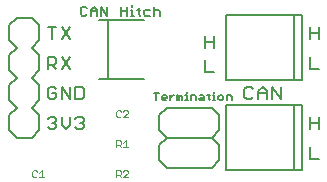
<source format=gto>
G75*
%MOIN*%
%OFA0B0*%
%FSLAX25Y25*%
%IPPOS*%
%LPD*%
%AMOC8*
5,1,8,0,0,1.08239X$1,22.5*
%
%ADD10C,0.00800*%
%ADD11C,0.00600*%
%ADD12C,0.00500*%
%ADD13C,0.00200*%
D10*
X0104700Y0166133D02*
X0107502Y0166133D01*
X0104700Y0166133D02*
X0104700Y0170337D01*
X0104700Y0176133D02*
X0104700Y0180337D01*
X0104700Y0178235D02*
X0107502Y0178235D01*
X0107502Y0180337D02*
X0107502Y0176133D01*
X0094804Y0186133D02*
X0094804Y0190337D01*
X0092002Y0190337D02*
X0094804Y0186133D01*
X0092002Y0186133D02*
X0092002Y0190337D01*
X0090200Y0188936D02*
X0090200Y0186133D01*
X0090200Y0188235D02*
X0087398Y0188235D01*
X0087398Y0188936D02*
X0087398Y0186133D01*
X0085596Y0186834D02*
X0084896Y0186133D01*
X0083495Y0186133D01*
X0082794Y0186834D01*
X0082794Y0189636D01*
X0083495Y0190337D01*
X0084896Y0190337D01*
X0085596Y0189636D01*
X0087398Y0188936D02*
X0088799Y0190337D01*
X0090200Y0188936D01*
X0072502Y0195133D02*
X0069700Y0195133D01*
X0069700Y0199337D01*
X0069700Y0203133D02*
X0069700Y0207337D01*
X0069700Y0205235D02*
X0072502Y0205235D01*
X0072502Y0207337D02*
X0072502Y0203133D01*
X0049280Y0212576D02*
X0037288Y0212576D01*
X0037288Y0192891D01*
X0034320Y0192891D01*
X0037288Y0192891D02*
X0049280Y0192891D01*
X0029210Y0189636D02*
X0029210Y0186834D01*
X0028510Y0186133D01*
X0026408Y0186133D01*
X0026408Y0190337D01*
X0028510Y0190337D01*
X0029210Y0189636D01*
X0024606Y0190337D02*
X0024606Y0186133D01*
X0021804Y0190337D01*
X0021804Y0186133D01*
X0020002Y0186834D02*
X0020002Y0188235D01*
X0018601Y0188235D01*
X0017200Y0186834D02*
X0017901Y0186133D01*
X0019302Y0186133D01*
X0020002Y0186834D01*
X0017200Y0186834D02*
X0017200Y0189636D01*
X0017901Y0190337D01*
X0019302Y0190337D01*
X0020002Y0189636D01*
X0014300Y0190733D02*
X0014300Y0185733D01*
X0011800Y0183233D01*
X0014300Y0180733D01*
X0014300Y0175733D01*
X0011800Y0173233D01*
X0006800Y0173233D01*
X0004300Y0175733D01*
X0004300Y0180733D01*
X0006800Y0183233D01*
X0004300Y0185733D01*
X0004300Y0190733D01*
X0006800Y0193233D01*
X0004300Y0195733D01*
X0004300Y0200733D01*
X0006800Y0203233D01*
X0004300Y0205733D01*
X0004300Y0210733D01*
X0006800Y0213233D01*
X0011800Y0213233D01*
X0014300Y0210733D01*
X0014300Y0205733D01*
X0011800Y0203233D01*
X0014300Y0200733D01*
X0014300Y0195733D01*
X0011800Y0193233D01*
X0014300Y0190733D01*
X0017200Y0196133D02*
X0017200Y0200337D01*
X0019302Y0200337D01*
X0020002Y0199636D01*
X0020002Y0198235D01*
X0019302Y0197535D01*
X0017200Y0197535D01*
X0018601Y0197535D02*
X0020002Y0196133D01*
X0021804Y0196133D02*
X0024606Y0200337D01*
X0021804Y0200337D02*
X0024606Y0196133D01*
X0024606Y0206133D02*
X0021804Y0210337D01*
X0020002Y0210337D02*
X0017200Y0210337D01*
X0018601Y0210337D02*
X0018601Y0206133D01*
X0021804Y0206133D02*
X0024606Y0210337D01*
X0034320Y0212576D02*
X0037288Y0212576D01*
X0104700Y0210337D02*
X0104700Y0206133D01*
X0104700Y0208235D02*
X0107502Y0208235D01*
X0107502Y0210337D02*
X0107502Y0206133D01*
X0104700Y0200337D02*
X0104700Y0196133D01*
X0107502Y0196133D01*
X0029210Y0179636D02*
X0029210Y0178936D01*
X0028510Y0178235D01*
X0029210Y0177535D01*
X0029210Y0176834D01*
X0028510Y0176133D01*
X0027108Y0176133D01*
X0026408Y0176834D01*
X0024606Y0177535D02*
X0023205Y0176133D01*
X0021804Y0177535D01*
X0021804Y0180337D01*
X0020002Y0179636D02*
X0020002Y0178936D01*
X0019302Y0178235D01*
X0020002Y0177535D01*
X0020002Y0176834D01*
X0019302Y0176133D01*
X0017901Y0176133D01*
X0017200Y0176834D01*
X0018601Y0178235D02*
X0019302Y0178235D01*
X0020002Y0179636D02*
X0019302Y0180337D01*
X0017901Y0180337D01*
X0017200Y0179636D01*
X0024606Y0180337D02*
X0024606Y0177535D01*
X0026408Y0179636D02*
X0027108Y0180337D01*
X0028510Y0180337D01*
X0029210Y0179636D01*
X0028510Y0178235D02*
X0027809Y0178235D01*
D11*
X0054300Y0180733D02*
X0054300Y0175733D01*
X0056800Y0173233D01*
X0071800Y0173233D01*
X0074300Y0170733D01*
X0074300Y0165733D01*
X0071800Y0163233D01*
X0056800Y0163233D01*
X0054300Y0165733D01*
X0054300Y0170733D01*
X0056800Y0173233D01*
X0054300Y0180733D02*
X0056800Y0183233D01*
X0071800Y0183233D01*
X0074300Y0180733D01*
X0074300Y0175733D01*
X0071800Y0173233D01*
X0054599Y0213983D02*
X0054599Y0215485D01*
X0054098Y0215985D01*
X0053097Y0215985D01*
X0052597Y0215485D01*
X0051284Y0215985D02*
X0049783Y0215985D01*
X0049282Y0215485D01*
X0049282Y0214484D01*
X0049783Y0213983D01*
X0051284Y0213983D01*
X0052597Y0213983D02*
X0052597Y0216986D01*
X0048073Y0215985D02*
X0047072Y0215985D01*
X0047573Y0216485D02*
X0047573Y0214484D01*
X0048073Y0213983D01*
X0045863Y0213983D02*
X0044862Y0213983D01*
X0045363Y0213983D02*
X0045363Y0215985D01*
X0044862Y0215985D01*
X0045363Y0216986D02*
X0045363Y0217486D01*
X0043549Y0216986D02*
X0043549Y0213983D01*
X0043549Y0215485D02*
X0041548Y0215485D01*
X0041548Y0216986D02*
X0041548Y0213983D01*
X0036920Y0213983D02*
X0036920Y0216986D01*
X0034918Y0216986D02*
X0034918Y0213983D01*
X0033605Y0213983D02*
X0033605Y0215985D01*
X0032604Y0216986D01*
X0031603Y0215985D01*
X0031603Y0213983D01*
X0030290Y0214484D02*
X0029789Y0213983D01*
X0028789Y0213983D01*
X0028288Y0214484D01*
X0028288Y0216485D01*
X0028789Y0216986D01*
X0029789Y0216986D01*
X0030290Y0216485D01*
X0031603Y0215485D02*
X0033605Y0215485D01*
X0034918Y0216986D02*
X0036920Y0213983D01*
D12*
X0076505Y0214139D02*
X0099143Y0214139D01*
X0099143Y0192485D01*
X0076505Y0192485D01*
X0076505Y0214139D01*
X0099143Y0214139D02*
X0102095Y0214139D01*
X0102095Y0192485D01*
X0099143Y0192485D01*
X0078537Y0186984D02*
X0078537Y0185733D01*
X0078537Y0186984D02*
X0078120Y0187401D01*
X0076869Y0187401D01*
X0076869Y0185733D01*
X0075775Y0186150D02*
X0075775Y0186984D01*
X0075358Y0187401D01*
X0074524Y0187401D01*
X0074107Y0186984D01*
X0074107Y0186150D01*
X0074524Y0185733D01*
X0075358Y0185733D01*
X0075775Y0186150D01*
X0076505Y0184139D02*
X0099143Y0184139D01*
X0099143Y0162485D01*
X0076505Y0162485D01*
X0076505Y0184139D01*
X0073099Y0185733D02*
X0072265Y0185733D01*
X0072682Y0185733D02*
X0072682Y0187401D01*
X0072265Y0187401D01*
X0072682Y0188235D02*
X0072682Y0188652D01*
X0071258Y0187401D02*
X0070424Y0187401D01*
X0070841Y0187818D02*
X0070841Y0186150D01*
X0071258Y0185733D01*
X0069329Y0185733D02*
X0068078Y0185733D01*
X0067661Y0186150D01*
X0068078Y0186567D01*
X0069329Y0186567D01*
X0069329Y0186984D02*
X0069329Y0185733D01*
X0069329Y0186984D02*
X0068912Y0187401D01*
X0068078Y0187401D01*
X0066567Y0186984D02*
X0066567Y0185733D01*
X0066567Y0186984D02*
X0066150Y0187401D01*
X0064899Y0187401D01*
X0064899Y0185733D01*
X0063891Y0185733D02*
X0063057Y0185733D01*
X0063474Y0185733D02*
X0063474Y0187401D01*
X0063057Y0187401D01*
X0063474Y0188235D02*
X0063474Y0188652D01*
X0061963Y0186984D02*
X0061963Y0185733D01*
X0061129Y0185733D02*
X0061129Y0186984D01*
X0061546Y0187401D01*
X0061963Y0186984D01*
X0061129Y0186984D02*
X0060712Y0187401D01*
X0060295Y0187401D01*
X0060295Y0185733D01*
X0059244Y0187401D02*
X0058827Y0187401D01*
X0057993Y0186567D01*
X0057993Y0185733D02*
X0057993Y0187401D01*
X0056899Y0186984D02*
X0056899Y0186567D01*
X0055231Y0186567D01*
X0055231Y0186150D02*
X0055231Y0186984D01*
X0055648Y0187401D01*
X0056482Y0187401D01*
X0056899Y0186984D01*
X0056482Y0185733D02*
X0055648Y0185733D01*
X0055231Y0186150D01*
X0053302Y0185733D02*
X0053302Y0188235D01*
X0052468Y0188235D02*
X0054136Y0188235D01*
X0099143Y0184139D02*
X0102095Y0184139D01*
X0102095Y0162485D01*
X0099143Y0162485D01*
D13*
X0013249Y0160083D02*
X0012482Y0160083D01*
X0012098Y0160467D01*
X0012098Y0162002D01*
X0012482Y0162385D01*
X0013249Y0162385D01*
X0013633Y0162002D01*
X0014400Y0161618D02*
X0015167Y0162385D01*
X0015167Y0160083D01*
X0014400Y0160083D02*
X0015935Y0160083D01*
X0013633Y0160467D02*
X0013249Y0160083D01*
X0040098Y0160083D02*
X0040098Y0162385D01*
X0041249Y0162385D01*
X0041633Y0162002D01*
X0041633Y0161234D01*
X0041249Y0160851D01*
X0040098Y0160851D01*
X0040865Y0160851D02*
X0041633Y0160083D01*
X0042400Y0160083D02*
X0043935Y0161618D01*
X0043935Y0162002D01*
X0043551Y0162385D01*
X0042784Y0162385D01*
X0042400Y0162002D01*
X0042400Y0160083D02*
X0043935Y0160083D01*
X0043935Y0170083D02*
X0042400Y0170083D01*
X0043167Y0170083D02*
X0043167Y0172385D01*
X0042400Y0171618D01*
X0041633Y0172002D02*
X0041633Y0171234D01*
X0041249Y0170851D01*
X0040098Y0170851D01*
X0040865Y0170851D02*
X0041633Y0170083D01*
X0040098Y0170083D02*
X0040098Y0172385D01*
X0041249Y0172385D01*
X0041633Y0172002D01*
X0041249Y0180083D02*
X0041633Y0180467D01*
X0041249Y0180083D02*
X0040482Y0180083D01*
X0040098Y0180467D01*
X0040098Y0182002D01*
X0040482Y0182385D01*
X0041249Y0182385D01*
X0041633Y0182002D01*
X0042400Y0182002D02*
X0042784Y0182385D01*
X0043551Y0182385D01*
X0043935Y0182002D01*
X0043935Y0181618D01*
X0042400Y0180083D01*
X0043935Y0180083D01*
M02*

</source>
